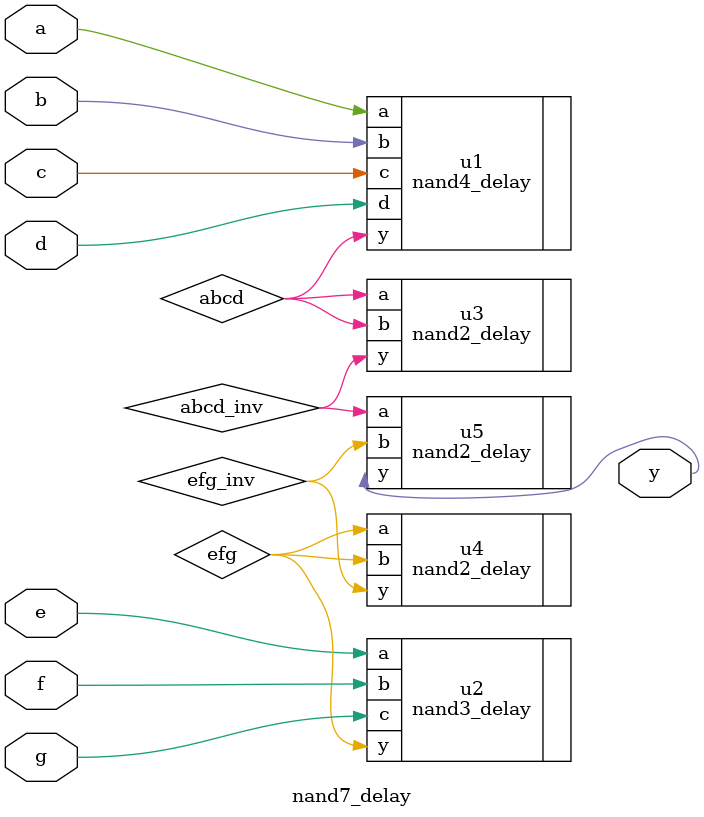
<source format=sv>
module nand7_delay (
	input logic a,
	input logic b,
	input logic c,
	input logic d,
	input logic e,
	input logic f,
	input logic g,
	output logic y
);
	logic abcd, abcd_inv, efg, efg_inv;

	nand4_delay u1
	(
		.a(a), 
		.b(b), 
		.c(c), 
		.d(d), 
		.y(abcd)
	);

	nand3_delay u2
	(
		.a(e), 
		.b(f), 
		.c(g), 
		.y(efg)
	);

		// not_abcd
	nand2_delay u3
	(
		.a(abcd), 
		.b(abcd), 
		.y(abcd_inv)
	);

		// not_efg
	nand2_delay u4
	(
		.a(efg), 
		.b(efg), 
		.y(efg_inv)
	);

		// not_abcd & not_efg
	nand2_delay u5
	(
		.a(abcd_inv), 
		.b(efg_inv), 
		.y(y)
	);

endmodule

</source>
